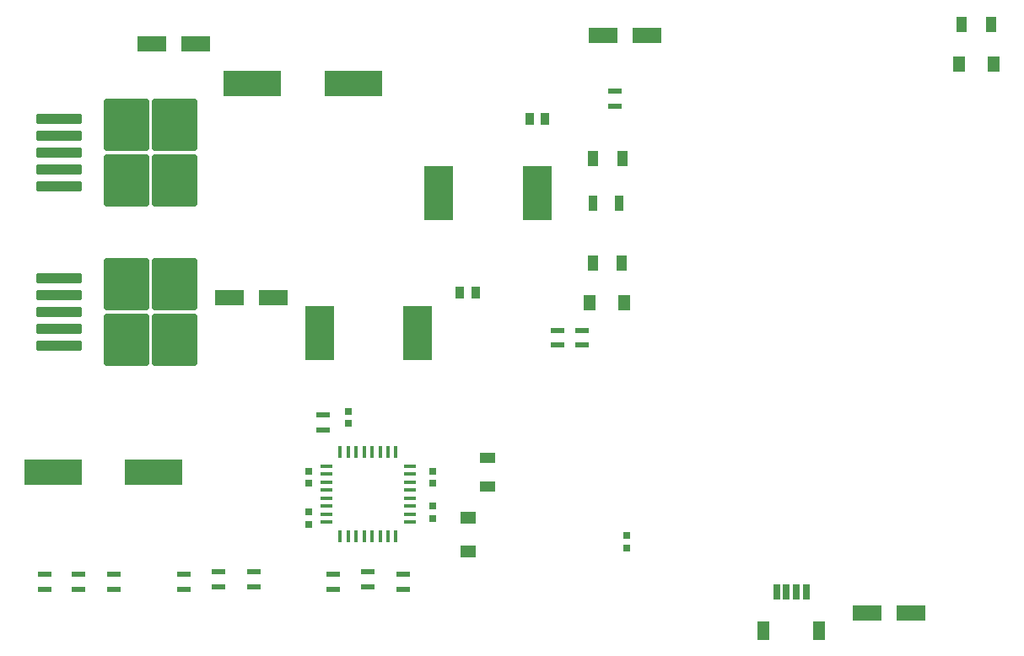
<source format=gbr>
%TF.GenerationSoftware,KiCad,Pcbnew,8.0.8*%
%TF.CreationDate,2025-02-10T18:39:17-05:00*%
%TF.ProjectId,draft,64726166-742e-46b6-9963-61645f706362,rev?*%
%TF.SameCoordinates,Original*%
%TF.FileFunction,Paste,Top*%
%TF.FilePolarity,Positive*%
%FSLAX46Y46*%
G04 Gerber Fmt 4.6, Leading zero omitted, Abs format (unit mm)*
G04 Created by KiCad (PCBNEW 8.0.8) date 2025-02-10 18:39:17*
%MOMM*%
%LPD*%
G01*
G04 APERTURE LIST*
G04 Aperture macros list*
%AMRoundRect*
0 Rectangle with rounded corners*
0 $1 Rounding radius*
0 $2 $3 $4 $5 $6 $7 $8 $9 X,Y pos of 4 corners*
0 Add a 4 corners polygon primitive as box body*
4,1,4,$2,$3,$4,$5,$6,$7,$8,$9,$2,$3,0*
0 Add four circle primitives for the rounded corners*
1,1,$1+$1,$2,$3*
1,1,$1+$1,$4,$5*
1,1,$1+$1,$6,$7*
1,1,$1+$1,$8,$9*
0 Add four rect primitives between the rounded corners*
20,1,$1+$1,$2,$3,$4,$5,0*
20,1,$1+$1,$4,$5,$6,$7,0*
20,1,$1+$1,$6,$7,$8,$9,0*
20,1,$1+$1,$8,$9,$2,$3,0*%
G04 Aperture macros list end*
%ADD10R,0.660400X1.549400*%
%ADD11R,1.295400X1.905000*%
%ADD12R,1.371600X0.609600*%
%ADD13R,0.762000X0.660400*%
%ADD14R,0.863600X1.295400*%
%ADD15RoundRect,0.250000X-2.050000X-0.300000X2.050000X-0.300000X2.050000X0.300000X-2.050000X0.300000X0*%
%ADD16RoundRect,0.250000X-2.025000X-2.375000X2.025000X-2.375000X2.025000X2.375000X-2.025000X2.375000X0*%
%ADD17R,1.100000X1.650000*%
%ADD18R,1.156400X0.450000*%
%ADD19R,0.450000X1.156400*%
%ADD20R,1.250000X1.500000*%
%ADD21R,3.000000X1.600000*%
%ADD22R,2.900000X5.400000*%
%ADD23R,5.800000X2.500000*%
%ADD24R,0.902399X1.549197*%
%ADD25R,1.500000X1.250000*%
%ADD26R,1.650000X1.100000*%
G04 APERTURE END LIST*
D10*
%TO.C,J6*%
X184000000Y-108561500D03*
X185000001Y-108561500D03*
X185999999Y-108561500D03*
X187000000Y-108561500D03*
D11*
X188299999Y-112436501D03*
X182700001Y-112436501D03*
%TD*%
D12*
%TO.C,R4*%
X146500000Y-108249300D03*
X146500000Y-106750700D03*
%TD*%
%TO.C,R11*%
X167750700Y-58250700D03*
X167750700Y-59749300D03*
%TD*%
D13*
%TO.C,C2*%
X137000000Y-100500000D03*
X137000000Y-101744600D03*
%TD*%
D14*
%TO.C,C4*%
X159225300Y-61000000D03*
X160774700Y-61000000D03*
%TD*%
D12*
%TO.C,R16*%
X162000000Y-82250700D03*
X162000000Y-83749300D03*
%TD*%
D15*
%TO.C,U2*%
X112000000Y-61000000D03*
X112000000Y-62700000D03*
X112000000Y-64400000D03*
D16*
X118725000Y-61625000D03*
X118725000Y-67175000D03*
X123575000Y-61625000D03*
X123575000Y-67175000D03*
D15*
X112000000Y-66100000D03*
X112000000Y-67800000D03*
%TD*%
D14*
%TO.C,C8*%
X152225300Y-78500000D03*
X153774700Y-78500000D03*
%TD*%
D17*
%TO.C,LED2*%
X165600000Y-65000000D03*
X168500000Y-65000000D03*
%TD*%
D12*
%TO.C,R1*%
X128000000Y-108000000D03*
X128000000Y-106501400D03*
%TD*%
D18*
%TO.C,U5*%
X138800800Y-95899200D03*
X138800800Y-96699198D03*
X138800800Y-97499199D03*
X138800800Y-98299200D03*
X138800800Y-99099198D03*
X138800800Y-99899199D03*
X138800800Y-100699198D03*
X138800800Y-101499198D03*
D19*
X140200000Y-102898398D03*
X140999998Y-102898398D03*
X141799999Y-102898398D03*
X142600000Y-102898398D03*
X143399998Y-102898398D03*
X144199999Y-102898398D03*
X144999998Y-102898398D03*
X145799998Y-102898398D03*
D18*
X147199198Y-101499198D03*
X147199198Y-100699200D03*
X147199198Y-99899199D03*
X147199198Y-99099198D03*
X147199198Y-98299200D03*
X147199198Y-97499199D03*
X147199198Y-96699200D03*
X147199198Y-95899200D03*
D19*
X145799998Y-94500000D03*
X145000000Y-94500000D03*
X144199999Y-94500000D03*
X143399998Y-94500000D03*
X142600000Y-94500000D03*
X141799999Y-94500000D03*
X141000000Y-94500000D03*
X140200000Y-94500000D03*
%TD*%
D13*
%TO.C,C1*%
X137000000Y-97622300D03*
X137000000Y-96377700D03*
%TD*%
%TO.C,C7*%
X149500000Y-97622300D03*
X149500000Y-96377700D03*
%TD*%
%TO.C,C6*%
X141000000Y-91622300D03*
X141000000Y-90377700D03*
%TD*%
D17*
%TO.C,LED3*%
X165550000Y-75500000D03*
X168450000Y-75500000D03*
%TD*%
D20*
%TO.C,R12*%
X202325000Y-55500000D03*
X205775000Y-55500000D03*
%TD*%
D21*
%TO.C,CP2*%
X129100000Y-79000000D03*
X133500000Y-79000000D03*
%TD*%
D15*
%TO.C,U3*%
X112000000Y-77000000D03*
X112000000Y-78700000D03*
X112000000Y-80400000D03*
D16*
X118725000Y-77625000D03*
X118725000Y-83175000D03*
X123575000Y-77625000D03*
X123575000Y-83175000D03*
D15*
X112000000Y-82100000D03*
X112000000Y-83800000D03*
%TD*%
D12*
%TO.C,R9*%
X124500000Y-108249300D03*
X124500000Y-106750700D03*
%TD*%
D22*
%TO.C,L2*%
X138100000Y-82500000D03*
X148000000Y-82500000D03*
%TD*%
D21*
%TO.C,CP6*%
X166600000Y-52660000D03*
X171000000Y-52660000D03*
%TD*%
D23*
%TO.C,CP4*%
X111400000Y-96500000D03*
X121500000Y-96500000D03*
%TD*%
D13*
%TO.C,C5*%
X169000000Y-102877700D03*
X169000000Y-104122300D03*
%TD*%
D24*
%TO.C,R13*%
X165600000Y-69500000D03*
X168202396Y-69500000D03*
%TD*%
D12*
%TO.C,R10*%
X139500000Y-108249300D03*
X139500000Y-106750700D03*
%TD*%
%TO.C,R7*%
X138500000Y-92249300D03*
X138500000Y-90750700D03*
%TD*%
D25*
%TO.C,R15*%
X153000000Y-104500000D03*
X153000000Y-101050000D03*
%TD*%
D12*
%TO.C,R3*%
X143000000Y-108000000D03*
X143000000Y-106501400D03*
%TD*%
D22*
%TO.C,L1*%
X150050000Y-68500000D03*
X159950000Y-68500000D03*
%TD*%
D12*
%TO.C,R17*%
X164500000Y-82250700D03*
X164500000Y-83749300D03*
%TD*%
D13*
%TO.C,C3*%
X149500000Y-101122300D03*
X149500000Y-99877700D03*
%TD*%
D12*
%TO.C,R6*%
X117500000Y-108249300D03*
X117500000Y-106750700D03*
%TD*%
%TO.C,R2*%
X131500000Y-108000000D03*
X131500000Y-106501400D03*
%TD*%
D23*
%TO.C,CP3*%
X131400000Y-57500000D03*
X141500000Y-57500000D03*
%TD*%
D20*
%TO.C,R14*%
X165275000Y-79500000D03*
X168725000Y-79500000D03*
%TD*%
D12*
%TO.C,R5*%
X113920000Y-108249300D03*
X113920000Y-106750700D03*
%TD*%
D17*
%TO.C,LED1*%
X202600000Y-51500000D03*
X205500000Y-51500000D03*
%TD*%
D12*
%TO.C,R8*%
X110500000Y-108249300D03*
X110500000Y-106750700D03*
%TD*%
D21*
%TO.C,CP1*%
X121300000Y-53500000D03*
X125700000Y-53500000D03*
%TD*%
D26*
%TO.C,LED4*%
X155000000Y-97950000D03*
X155000000Y-95050000D03*
%TD*%
D21*
%TO.C,CP5*%
X193100000Y-110660000D03*
X197500000Y-110660000D03*
%TD*%
M02*

</source>
